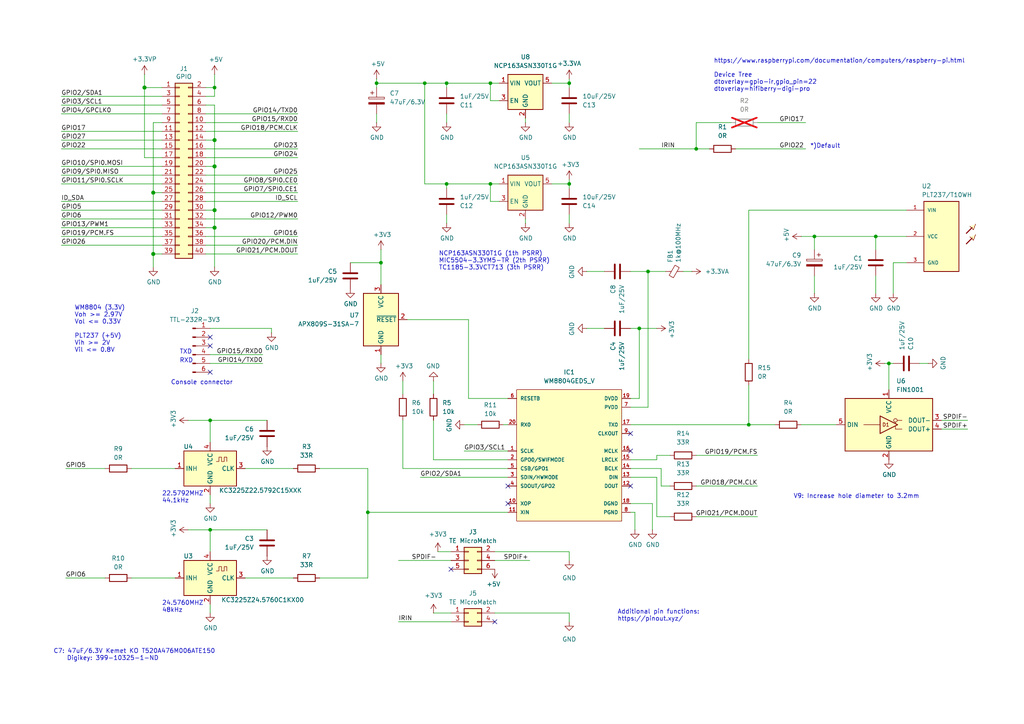
<source format=kicad_sch>
(kicad_sch (version 20250114) (generator "eeschema") (generator_version "9.0")
  (paper "A4")
  (title_block (title "RPI HAT S/PDIF and IR") (date "2026-01-11") (rev "V9"))
  (lib_symbols
    (symbol "Connector:Conn_01x06_Pin" (pin_names (offset 1.016) (hide yes))
      (property "Reference" "J" (at 0 7.62 0))
      (property "Value" "Conn_01x06_Pin" (at 0 -10.16 0))
      (symbol "Conn_01x06_Pin_1_1"
        (pin passive line (at 5.08 5.08 180) (length 3.81) (name "Pin_1") (number "1"))
        (pin passive line (at 5.08 2.54 180) (length 3.81) (name "Pin_2") (number "2"))
        (pin passive line (at 5.08 0 180) (length 3.81) (name "Pin_3") (number "3"))
        (pin passive line (at 5.08 -2.54 180) (length 3.81) (name "Pin_4") (number "4"))
        (pin passive line (at 5.08 -5.08 180) (length 3.81) (name "Pin_5") (number "5"))
        (pin passive line (at 5.08 -7.62 180) (length 3.81) (name "Pin_6") (number "6"))
      )
    )
    (symbol "Connector_Generic:Conn_02x02_Odd_Even" (pin_names (offset 1.016) (hide yes))
      (property "Reference" "J" (at 1.27 2.54 0))
      (property "Value" "Conn_02x02_Odd_Even" (at 1.27 -5.08 0))
      (symbol "Conn_02x02_Odd_Even_1_1"
        (pin passive line (at -5.08 0 0) (length 3.81) (name "Pin_1") (number "1"))
        (pin passive line (at -5.08 -2.54 0) (length 3.81) (name "Pin_3") (number "3"))
        (pin passive line (at 7.62 0 180) (length 3.81) (name "Pin_2") (number "2"))
        (pin passive line (at 7.62 -2.54 180) (length 3.81) (name "Pin_4") (number "4"))
      )
    )
    (symbol "Connector_Generic:Conn_02x03_Odd_Even" (pin_names (offset 1.016) (hide yes))
      (property "Reference" "J" (at 1.27 5.08 0))
      (property "Value" "Conn_02x03_Odd_Even" (at 1.27 -5.08 0))
      (symbol "Conn_02x03_Odd_Even_1_1"
        (pin passive line (at -5.08 2.54 0) (length 3.81) (name "Pin_1") (number "1"))
        (pin passive line (at -5.08 0 0) (length 3.81) (name "Pin_3") (number "3"))
        (pin passive line (at -5.08 -2.54 0) (length 3.81) (name "Pin_5") (number "5"))
        (pin passive line (at 7.62 2.54 180) (length 3.81) (name "Pin_2") (number "2"))
        (pin passive line (at 7.62 0 180) (length 3.81) (name "Pin_4") (number "4"))
        (pin passive line (at 7.62 -2.54 180) (length 3.81) (name "Pin_6") (number "6"))
      )
    )
    (symbol "Connector_Generic:Conn_02x20_Odd_Even" (pin_names (offset 1.016) (hide yes))
      (property "Reference" "J" (at 1.27 25.4 0))
      (property "Value" "Conn_02x20_Odd_Even" (at 1.27 -27.94 0))
      (symbol "Conn_02x20_Odd_Even_1_1"
        (pin passive line (at -5.08 22.86 0) (length 3.81) (name "Pin_1") (number "1"))
        (pin passive line (at -5.08 20.32 0) (length 3.81) (name "Pin_3") (number "3"))
        (pin passive line (at -5.08 17.78 0) (length 3.81) (name "Pin_5") (number "5"))
        (pin passive line (at -5.08 15.24 0) (length 3.81) (name "Pin_7") (number "7"))
        (pin passive line (at -5.08 12.7 0) (length 3.81) (name "Pin_9") (number "9"))
        (pin passive line (at -5.08 10.16 0) (length 3.81) (name "Pin_11") (number "11"))
        (pin passive line (at -5.08 7.62 0) (length 3.81) (name "Pin_13") (number "13"))
        (pin passive line (at -5.08 5.08 0) (length 3.81) (name "Pin_15") (number "15"))
        (pin passive line (at -5.08 2.54 0) (length 3.81) (name "Pin_17") (number "17"))
        (pin passive line (at -5.08 0 0) (length 3.81) (name "Pin_19") (number "19"))
        (pin passive line (at -5.08 -2.54 0) (length 3.81) (name "Pin_21") (number "21"))
        (pin passive line (at -5.08 -5.08 0) (length 3.81) (name "Pin_23") (number "23"))
        (pin passive line (at -5.08 -7.62 0) (length 3.81) (name "Pin_25") (number "25"))
        (pin passive line (at -5.08 -10.16 0) (length 3.81) (name "Pin_27") (number "27"))
        (pin passive line (at -5.08 -12.7 0) (length 3.81) (name "Pin_29") (number "29"))
        (pin passive line (at -5.08 -15.24 0) (length 3.81) (name "Pin_31") (number "31"))
        (pin passive line (at -5.08 -17.78 0) (length 3.81) (name "Pin_33") (number "33"))
        (pin passive line (at -5.08 -20.32 0) (length 3.81) (name "Pin_35") (number "35"))
        (pin passive line (at -5.08 -22.86 0) (length 3.81) (name "Pin_37") (number "37"))
        (pin passive line (at -5.08 -25.4 0) (length 3.81) (name "Pin_39") (number "39"))
        (pin passive line (at 7.62 22.86 180) (length 3.81) (name "Pin_2") (number "2"))
        (pin passive line (at 7.62 20.32 180) (length 3.81) (name "Pin_4") (number "4"))
        (pin passive line (at 7.62 17.78 180) (length 3.81) (name "Pin_6") (number "6"))
        (pin passive line (at 7.62 15.24 180) (length 3.81) (name "Pin_8") (number "8"))
        (pin passive line (at 7.62 12.7 180) (length 3.81) (name "Pin_10") (number "10"))
        (pin passive line (at 7.62 10.16 180) (length 3.81) (name "Pin_12") (number "12"))
        (pin passive line (at 7.62 7.62 180) (length 3.81) (name "Pin_14") (number "14"))
        (pin passive line (at 7.62 5.08 180) (length 3.81) (name "Pin_16") (number "16"))
        (pin passive line (at 7.62 2.54 180) (length 3.81) (name "Pin_18") (number "18"))
        (pin passive line (at 7.62 0 180) (length 3.81) (name "Pin_20") (number "20"))
        (pin passive line (at 7.62 -2.54 180) (length 3.81) (name "Pin_22") (number "22"))
        (pin passive line (at 7.62 -5.08 180) (length 3.81) (name "Pin_24") (number "24"))
        (pin passive line (at 7.62 -7.62 180) (length 3.81) (name "Pin_26") (number "26"))
        (pin passive line (at 7.62 -10.16 180) (length 3.81) (name "Pin_28") (number "28"))
        (pin passive line (at 7.62 -12.7 180) (length 3.81) (name "Pin_30") (number "30"))
        (pin passive line (at 7.62 -15.24 180) (length 3.81) (name "Pin_32") (number "32"))
        (pin passive line (at 7.62 -17.78 180) (length 3.81) (name "Pin_34") (number "34"))
        (pin passive line (at 7.62 -20.32 180) (length 3.81) (name "Pin_36") (number "36"))
        (pin passive line (at 7.62 -22.86 180) (length 3.81) (name "Pin_38") (number "38"))
        (pin passive line (at 7.62 -25.4 180) (length 3.81) (name "Pin_40") (number "40"))
      )
    )
    (symbol "Device:C" (pin_numbers (hide yes)) (pin_names (offset 0.254))
      (property "Reference" "C" (at 0.635 2.54 0))
      (property "Value" "C" (at 0.635 -2.54 0))
      (symbol "C_1_1"
        (pin passive line (at 0 3.81 270) (length 2.794) (name "~") (number "1"))
        (pin passive line (at 0 -3.81 90) (length 2.794) (name "~") (number "2"))
      )
    )
    (symbol "Device:C_Polarized" (pin_numbers (hide yes)) (pin_names (offset 0.254))
      (property "Reference" "C" (at 0.635 2.54 0))
      (property "Value" "C_Polarized" (at 0.635 -2.54 0))
      (symbol "C_Polarized_1_1"
        (pin passive line (at 0 3.81 270) (length 2.794) (name "~") (number "1"))
        (pin passive line (at 0 -3.81 90) (length 2.794) (name "~") (number "2"))
      )
    )
    (symbol "Device:R" (pin_numbers (hide yes)) (pin_names (offset 0))
      (property "Reference" "R" (at 2.032 0 90))
      (property "Value" "R" (at 0 0 90))
      (symbol "R_1_1"
        (pin passive line (at 0 3.81 270) (length 1.27) (name "~") (number "1"))
        (pin passive line (at 0 -3.81 90) (length 1.27) (name "~") (number "2"))
      )
    )
    (symbol "Oscillator:KC2520Z"
      (property "Reference" "Y" (at 2.54 12.7 0))
      (property "Value" "KC2520Z" (at 6.35 10.16 0))
      (symbol "KC2520Z_1_1"
        (pin input line (at -10.16 0 0) (length 2.54) (name "INH") (number "1"))
        (pin power_in line (at 0 7.62 270) (length 2.54) (name "VCC") (number "4"))
        (pin power_in line (at 0 -7.62 90) (length 2.54) (name "GND") (number "2"))
        (pin output line (at 10.16 0 180) (length 2.54) (name "CLK") (number "3"))
      )
    )
    (symbol "Power_Supervisor:LM809"
      (property "Reference" "U" (at 2.54 12.7 0))
      (property "Value" "LM809" (at 5.08 10.16 0))
      (symbol "LM809_1_1"
        (pin power_in line (at 0 10.16 270) (length 2.54) (name "VCC") (number "3"))
        (pin power_in line (at 0 -10.16 90) (length 2.54) (name "GND") (number "1"))
        (pin output line (at 7.62 0 180) (length 2.54) (name "~{RESET}") (number "2"))
      )
    )
    (symbol "Regulator_Linear:NCP163ASN330T1G"
      (property "Reference" "U" (at 0 8.89 0))
      (property "Value" "NCP163ASN330T1G" (at 0 6.35 0))
      (symbol "NCP163ASN330T1G_1_1"
        (pin power_in line (at -7.62 2.54 0) (length 2.54) (name "VIN") (number "1"))
        (pin input line (at -7.62 -2.54 0) (length 2.54) (name "EN") (number "3"))
        (pin power_in line (at 0 -7.62 90) (length 2.54) (name "GND") (number "2"))
        (pin no_connect line (at 5.08 -2.54 180) (length 2.54) (hide yes) (name "NC") (number "4"))
        (pin power_out line (at 7.62 2.54 180) (length 2.54) (name "VOUT") (number "5"))
      )
    )
    (symbol "dac-rescue:Ferrite_Bead_Small-Device" (pin_numbers (hide yes)) (pin_names (offset 0))
      (property "Reference" "FB" (at 1.905 1.27 0))
      (property "Value" "Ferrite_Bead_Small-Device" (at 1.905 -1.27 0))
      (symbol "Ferrite_Bead_Small-Device_1_1"
        (pin passive line (at 0 2.54 270) (length 1.27) (name "~") (number "1"))
        (pin passive line (at 0 -2.54 90) (length 1.27) (name "~") (number "2"))
      )
    )
    (symbol "kicad-snk:FIN1001"
      (property "Reference" "U?" (at 8.89 12.7 0))
      (property "Value" "FIN1001" (at 8.89 10.16 0))
      (symbol "FIN1001_1_0"
        (text "D1" (at -0.889 0 0) (effects (font (size 1.016 1.016))))
      )
      (symbol "FIN1001_1_1"
        (pin input line (at -15.24 0 0) (length 2.54) (name "DIN") (number "5"))
        (pin power_in line (at 0 10.16 270) (length 2.54) (name "VCC") (number "1"))
        (pin power_in line (at 0 -10.16 90) (length 2.54) (name "GND") (number "2"))
        (pin output line (at 15.24 1.27 180) (length 2.54) (name "DOUT-") (number "3"))
        (pin output line (at 15.24 -1.27 180) (length 2.54) (name "DOUT+") (number "4"))
      )
    )
    (symbol "kicad-snk:PLT237/T10WH" (pin_names (offset 1.016))
      (property "Reference" "U" (at -5.08 11.4554 0))
      (property "Value" "PLT237/T10WH" (at -5.08 -12.7254 0))
      (symbol "PLT237/T10WH_1_0"
        (pin output line (at -10.16 7.62 0) (length 5.08) (name "VIN") (number "1"))
        (pin power_in line (at -10.16 0 0) (length 5.08) (name "VCC") (number "2"))
        (pin power_in line (at -10.16 -7.62 0) (length 5.08) (name "GND") (number "3"))
      )
    )
    (symbol "kicad-snk:WM8804GEDS_V" (pin_names (offset 1.016))
      (property "Reference" "IC" (at -15.24 13.97 0))
      (property "Value" "WM8804GEDS_V" (at -15.24 -27.94 0))
      (symbol "WM8804GEDS_V_0_0"
        (pin bidirectional line (at -17.78 10.16 0) (length 2.54) (name "RESETB") (number "6"))
        (pin bidirectional line (at -17.78 2.54 0) (length 2.54) (name "RX0") (number "20"))
        (pin bidirectional line (at -17.78 -5.08 0) (length 2.54) (name "SCLK") (number "1"))
        (pin bidirectional line (at -17.78 -7.62 0) (length 2.54) (name "GPO0/SWIFMODE") (number "2"))
        (pin bidirectional line (at -17.78 -10.16 0) (length 2.54) (name "CSB/GPO1") (number "5"))
        (pin bidirectional line (at -17.78 -12.7 0) (length 2.54) (name "SDIN/HWMODE") (number "3"))
        (pin bidirectional line (at -17.78 -15.24 0) (length 2.54) (name "SDOUT/GPO2") (number "4"))
        (pin bidirectional line (at -17.78 -20.32 0) (length 2.54) (name "XOP") (number "10"))
        (pin bidirectional line (at -17.78 -22.86 0) (length 2.54) (name "XIN") (number "11"))
        (pin bidirectional line (at 17.78 10.16 180) (length 2.54) (name "DVDD") (number "19"))
        (pin bidirectional line (at 17.78 7.62 180) (length 2.54) (name "PVDD") (number "7"))
        (pin bidirectional line (at 17.78 2.54 180) (length 2.54) (name "TX0") (number "17"))
        (pin bidirectional line (at 17.78 0 180) (length 2.54) (name "CLKOUT") (number "9"))
        (pin bidirectional line (at 17.78 -5.08 180) (length 2.54) (name "MCLK") (number "16"))
        (pin bidirectional line (at 17.78 -7.62 180) (length 2.54) (name "LRCLK") (number "15"))
        (pin bidirectional line (at 17.78 -10.16 180) (length 2.54) (name "BCLK") (number "14"))
        (pin bidirectional line (at 17.78 -12.7 180) (length 2.54) (name "DIN") (number "13"))
        (pin bidirectional line (at 17.78 -15.24 180) (length 2.54) (name "DOUT") (number "12"))
        (pin bidirectional line (at 17.78 -20.32 180) (length 2.54) (name "DGND") (number "18"))
        (pin bidirectional line (at 17.78 -22.86 180) (length 2.54) (name "PGND") (number "8"))
      )
    )
    (symbol "power:+3.3V" (power) (pin_numbers (hide yes)) (pin_names (offset 0) (hide yes))
      (property "Value" "+3.3V" (at 0 3.556 0))
      (symbol "+3.3V_1_1"
        (pin power_in line (at 0 0 90) (length 0) (name "~") (number "1"))
      )
    )
    (symbol "power:+3.3VA" (power) (pin_numbers (hide yes)) (pin_names (offset 0) (hide yes))
      (property "Value" "+3.3VA" (at 0 3.556 0))
      (symbol "+3.3VA_1_1"
        (pin power_in line (at 0 0 90) (length 0) (name "~") (number "1"))
      )
    )
    (symbol "power:+3.3VP" (power) (pin_numbers (hide yes)) (pin_names (offset 0) (hide yes))
      (property "Value" "+3.3VP" (at 0 3.556 0))
      (symbol "+3.3VP_0_0"
        (pin power_in line (at 0 0 90) (length 0) (name "~") (number "1"))
      )
    )
    (symbol "power:+5V" (power) (pin_numbers (hide yes)) (pin_names (offset 0) (hide yes))
      (property "Value" "+5V" (at 0 3.556 0))
      (symbol "+5V_1_1"
        (pin power_in line (at 0 0 90) (length 0) (name "~") (number "1"))
      )
    )
    (symbol "power:GND" (power) (pin_numbers (hide yes)) (pin_names (offset 0) (hide yes))
      (property "Value" "GND" (at 0 -3.81 0))
      (symbol "GND_1_1"
        (pin power_in line (at 0 0 270) (length 0) (name "~") (number "1"))
      )
    )
  )
  (text "24.5760MHZ\n48kHz" (at 46.99 177.8 0) (effects (font (size 1.27 1.27)) (justify left bottom)))
  (text "TXD" (at 52.07 102.87 0) (effects (font (size 1.27 1.27)) (justify left bottom)))
  (text "Console connector" (at 49.53 111.76 0) (effects (font (size 1.27 1.27)) (justify left bottom)))
  (text "NCP163ASN330T1G (1th PSRR)\nMIC5504-3.3YM5-TR (2th PSRR)\nTC1185-3.3VCT713 (3th PSRR)\n" (at 127.254 75.692 0) (effects (font (size 1.27 1.27)) (justify left)))
  (text "V9: Increase hole diameter to 3.2mm" (at 230.124 144.018 0) (effects (font (size 1.27 1.27)) (justify left)))
  (text "https://www.raspberrypi.com/documentation/computers/raspberry-pi.html\n\nDevice Tree\ndtoverlay=gpio-ir,gpio_pin=22\ndtoverlay=hifiberry-digi-pro" (at 207.01 26.67 0) (effects (font (size 1.27 1.27)) (justify left bottom)))
  (text "WM8804 (3.3V)\nVoh >= 2.97V\nVol <= 0.33V\n\nPLT237 (+5V)\nVih >= 2V\nVil <= 0.8V" (at 21.59 102.362 0) (effects (font (size 1.27 1.27)) (justify left bottom)))
  (text "22.5792MHZ\n44.1kHz" (at 46.99 146.05 0) (effects (font (size 1.27 1.27)) (justify left bottom)))
  (text "C7: 47uF/6.3V Kemet KO T520A476M006ATE150 \n    Digikey: ‎399-10325-1-ND‎" (at 15.494 189.992 0) (effects (font (size 1.27 1.27)) (justify left)))
  (text "RXD" (at 52.07 105.41 0) (effects (font (size 1.27 1.27)) (justify left bottom)))
  (text "*)Default" (at 234.95 43.18 0) (effects (font (size 1.27 1.27)) (justify left bottom)))
  (text "Additional pin functions:\nhttps://pinout.xyz/" (at 179.07 180.34 0) (effects (font (size 1.27 1.27)) (justify left bottom)))
  (junction (at 123.19 24.13))
  (junction (at 185.42 95.25))
  (junction (at 62.23 60.96) (diameter 1.016))
  (junction (at 41.91 25.4) (diameter 1.016))
  (junction (at 62.23 66.04) (diameter 1.016))
  (junction (at 187.96 78.74))
  (junction (at 142.24 53.34))
  (junction (at 165.1 24.13))
  (junction (at 44.45 55.88) (diameter 1.016))
  (junction (at 109.22 24.13))
  (junction (at 129.54 53.34))
  (junction (at 142.24 24.13))
  (junction (at 254 68.58))
  (junction (at 62.23 48.26) (diameter 1.016))
  (junction (at 62.23 25.4))
  (junction (at 106.68 148.59))
  (junction (at 62.23 40.64) (diameter 1.016))
  (junction (at 129.54 24.13))
  (junction (at 201.93 43.18))
  (junction (at 60.96 121.92))
  (junction (at 60.96 153.67))
  (junction (at 257.81 105.41))
  (junction (at 236.22 68.58))
  (junction (at 217.17 123.19))
  (junction (at 44.45 73.66) (diameter 1.016))
  (junction (at 165.1 53.34))
  (junction (at 110.49 76.2))
  (no_connect (at 182.88 130.81))
  (no_connect (at 182.88 125.73))
  (no_connect (at 147.32 140.97))
  (no_connect (at 130.81 165.1))
  (no_connect (at 60.96 97.79))
  (no_connect (at 60.96 100.33))
  (no_connect (at 60.96 107.95))
  (no_connect (at 143.51 180.34))
  (no_connect (at 147.32 146.05))
  (no_connect (at 182.88 140.97))
  (wire (pts (xy 135.89 92.71) (xy 135.89 115.57)))
  (wire (pts (xy 44.45 55.88) (xy 44.45 73.66)))
  (wire (pts (xy 59.69 55.88) (xy 86.36 55.88)))
  (wire (pts (xy 165.1 24.13) (xy 160.02 24.13)))
  (wire (pts (xy 125.73 177.8) (xy 130.81 177.8)))
  (wire (pts (xy 46.99 38.1) (xy 17.78 38.1)))
  (wire (pts (xy 201.93 43.18) (xy 205.74 43.18)))
  (wire (pts (xy 160.02 53.34) (xy 165.1 53.34)))
  (wire (pts (xy 92.71 167.64) (xy 106.68 167.64)))
  (wire (pts (xy 62.23 30.48) (xy 62.23 40.64)))
  (wire (pts (xy 254 68.58) (xy 262.89 68.58)))
  (wire (pts (xy 144.78 29.21) (xy 142.24 29.21)))
  (wire (pts (xy 62.23 27.94) (xy 62.23 25.4)))
  (wire (pts (xy 62.23 48.26) (xy 59.69 48.26)))
  (wire (pts (xy 217.17 60.96) (xy 262.89 60.96)))
  (wire (pts (xy 170.18 78.74) (xy 175.26 78.74)))
  (wire (pts (xy 143.51 160.02) (xy 165.1 160.02)))
  (wire (pts (xy 266.7 105.41) (xy 269.24 105.41)))
  (wire (pts (xy 254 80.01) (xy 254 85.09)))
  (wire (pts (xy 213.36 43.18) (xy 233.68 43.18)))
  (wire (pts (xy 62.23 60.96) (xy 62.23 66.04)))
  (wire (pts (xy 118.11 92.71) (xy 135.89 92.71)))
  (wire (pts (xy 121.92 138.43) (xy 147.32 138.43)))
  (wire (pts (xy 201.93 140.97) (xy 219.71 140.97)))
  (wire (pts (xy 212.09 35.56) (xy 201.93 35.56)))
  (wire (pts (xy 142.24 53.34) (xy 144.78 53.34)))
  (wire (pts (xy 71.12 135.89) (xy 85.09 135.89)))
  (wire (pts (xy 273.05 121.92) (xy 280.67 121.92)))
  (wire (pts (xy 92.71 135.89) (xy 106.68 135.89)))
  (wire (pts (xy 62.23 48.26) (xy 62.23 60.96)))
  (wire (pts (xy 59.69 33.02) (xy 86.36 33.02)))
  (wire (pts (xy 110.49 102.87) (xy 110.49 105.41)))
  (wire (pts (xy 44.45 35.56) (xy 44.45 55.88)))
  (wire (pts (xy 254 68.58) (xy 254 72.39)))
  (wire (pts (xy 165.1 62.23) (xy 165.1 64.77)))
  (wire (pts (xy 44.45 35.56) (xy 46.99 35.56)))
  (wire (pts (xy 59.69 53.34) (xy 86.36 53.34)))
  (wire (pts (xy 46.99 58.42) (xy 17.78 58.42)))
  (wire (pts (xy 109.22 24.13) (xy 123.19 24.13)))
  (wire (pts (xy 17.78 60.96) (xy 46.99 60.96)))
  (wire (pts (xy 60.96 121.92) (xy 77.47 121.92)))
  (wire (pts (xy 152.4 34.29) (xy 152.4 35.56)))
  (wire (pts (xy 109.22 24.13) (xy 109.22 25.4)))
  (wire (pts (xy 187.96 118.11) (xy 187.96 78.74)))
  (wire (pts (xy 185.42 43.18) (xy 201.93 43.18)))
  (wire (pts (xy 59.69 27.94) (xy 62.23 27.94)))
  (wire (pts (xy 182.88 115.57) (xy 185.42 115.57)))
  (wire (pts (xy 232.41 123.19) (xy 242.57 123.19)))
  (wire (pts (xy 259.08 76.2) (xy 262.89 76.2)))
  (wire (pts (xy 182.88 148.59) (xy 184.15 148.59)))
  (wire (pts (xy 44.45 55.88) (xy 46.99 55.88)))
  (wire (pts (xy 116.84 121.92) (xy 116.84 135.89)))
  (wire (pts (xy 59.69 43.18) (xy 86.36 43.18)))
  (wire (pts (xy 106.68 135.89) (xy 106.68 148.59)))
  (wire (pts (xy 134.62 130.81) (xy 147.32 130.81)))
  (wire (pts (xy 116.84 110.49) (xy 116.84 114.3)))
  (wire (pts (xy 165.1 160.02) (xy 165.1 162.56)))
  (wire (pts (xy 59.69 73.66) (xy 86.36 73.66)))
  (wire (pts (xy 44.45 73.66) (xy 44.45 77.47)))
  (wire (pts (xy 17.78 40.64) (xy 46.99 40.64)))
  (wire (pts (xy 41.91 21.59) (xy 41.91 25.4)))
  (wire (pts (xy 110.49 72.39) (xy 110.49 76.2)))
  (wire (pts (xy 185.42 95.25) (xy 190.5 95.25)))
  (wire (pts (xy 78.74 95.25) (xy 60.96 95.25)))
  (wire (pts (xy 165.1 25.4) (xy 165.1 24.13)))
  (wire (pts (xy 62.23 66.04) (xy 59.69 66.04)))
  (wire (pts (xy 198.12 78.74) (xy 200.66 78.74)))
  (wire (pts (xy 17.78 30.48) (xy 46.99 30.48)))
  (wire (pts (xy 54.61 121.92) (xy 60.96 121.92)))
  (wire (pts (xy 60.96 153.67) (xy 77.47 153.67)))
  (wire (pts (xy 185.42 115.57) (xy 185.42 95.25)))
  (wire (pts (xy 187.96 78.74) (xy 182.88 78.74)))
  (wire (pts (xy 17.78 53.34) (xy 46.99 53.34)))
  (wire (pts (xy 182.88 146.05) (xy 189.23 146.05)))
  (wire (pts (xy 71.12 167.64) (xy 85.09 167.64)))
  (wire (pts (xy 41.91 45.72) (xy 46.99 45.72)))
  (wire (pts (xy 259.08 85.09) (xy 259.08 76.2)))
  (wire (pts (xy 115.57 180.34) (xy 130.81 180.34)))
  (wire (pts (xy 123.19 53.34) (xy 129.54 53.34)))
  (wire (pts (xy 143.51 162.56) (xy 153.67 162.56)))
  (wire (pts (xy 46.99 27.94) (xy 17.78 27.94)))
  (wire (pts (xy 201.93 149.86) (xy 219.71 149.86)))
  (wire (pts (xy 142.24 24.13) (xy 144.78 24.13)))
  (wire (pts (xy 165.1 33.02) (xy 165.1 35.56)))
  (wire (pts (xy 129.54 62.23) (xy 129.54 64.77)))
  (wire (pts (xy 257.81 105.41) (xy 257.81 113.03)))
  (wire (pts (xy 123.19 24.13) (xy 123.19 53.34)))
  (wire (pts (xy 62.23 40.64) (xy 62.23 48.26)))
  (wire (pts (xy 59.69 38.1) (xy 86.36 38.1)))
  (wire (pts (xy 106.68 167.64) (xy 106.68 148.59)))
  (wire (pts (xy 62.23 40.64) (xy 59.69 40.64)))
  (wire (pts (xy 62.23 25.4) (xy 62.23 21.59)))
  (wire (pts (xy 190.5 133.35) (xy 190.5 132.08)))
  (wire (pts (xy 217.17 111.76) (xy 217.17 123.19)))
  (wire (pts (xy 60.96 121.92) (xy 60.96 128.27)))
  (wire (pts (xy 125.73 121.92) (xy 125.73 133.35)))
  (wire (pts (xy 146.05 123.19) (xy 147.32 123.19)))
  (wire (pts (xy 201.93 132.08) (xy 219.71 132.08)))
  (wire (pts (xy 17.78 33.02) (xy 46.99 33.02)))
  (wire (pts (xy 127 160.02) (xy 130.81 160.02)))
  (wire (pts (xy 41.91 25.4) (xy 41.91 45.72)))
  (wire (pts (xy 142.24 53.34) (xy 142.24 58.42)))
  (wire (pts (xy 60.96 175.26) (xy 60.96 177.8)))
  (wire (pts (xy 201.93 35.56) (xy 201.93 43.18)))
  (wire (pts (xy 59.69 45.72) (xy 86.36 45.72)))
  (wire (pts (xy 273.05 124.46) (xy 280.67 124.46)))
  (wire (pts (xy 185.42 95.25) (xy 182.88 95.25)))
  (wire (pts (xy 59.69 35.56) (xy 86.36 35.56)))
  (wire (pts (xy 170.18 95.25) (xy 175.26 95.25)))
  (wire (pts (xy 19.05 167.64) (xy 30.48 167.64)))
  (wire (pts (xy 190.5 132.08) (xy 194.31 132.08)))
  (wire (pts (xy 59.69 25.4) (xy 62.23 25.4)))
  (wire (pts (xy 236.22 72.39) (xy 236.22 68.58)))
  (wire (pts (xy 189.23 146.05) (xy 189.23 153.67)))
  (wire (pts (xy 135.89 115.57) (xy 147.32 115.57)))
  (wire (pts (xy 17.78 43.18) (xy 46.99 43.18)))
  (wire (pts (xy 17.78 50.8) (xy 46.99 50.8)))
  (wire (pts (xy 109.22 22.86) (xy 109.22 24.13)))
  (wire (pts (xy 190.5 138.43) (xy 182.88 138.43)))
  (wire (pts (xy 129.54 33.02) (xy 129.54 35.56)))
  (wire (pts (xy 115.57 162.56) (xy 130.81 162.56)))
  (wire (pts (xy 129.54 24.13) (xy 142.24 24.13)))
  (wire (pts (xy 19.05 135.89) (xy 30.48 135.89)))
  (wire (pts (xy 134.62 123.19) (xy 138.43 123.19)))
  (wire (pts (xy 60.96 143.51) (xy 60.96 146.05)))
  (wire (pts (xy 125.73 133.35) (xy 147.32 133.35)))
  (wire (pts (xy 144.78 58.42) (xy 142.24 58.42)))
  (wire (pts (xy 125.73 110.49) (xy 125.73 114.3)))
  (wire (pts (xy 60.96 105.41) (xy 76.2 105.41)))
  (wire (pts (xy 17.78 63.5) (xy 46.99 63.5)))
  (wire (pts (xy 165.1 52.07) (xy 165.1 53.34)))
  (wire (pts (xy 60.96 102.87) (xy 76.2 102.87)))
  (wire (pts (xy 60.96 153.67) (xy 60.96 160.02)))
  (wire (pts (xy 182.88 123.19) (xy 217.17 123.19)))
  (wire (pts (xy 217.17 123.19) (xy 224.79 123.19)))
  (wire (pts (xy 17.78 68.58) (xy 46.99 68.58)))
  (wire (pts (xy 116.84 135.89) (xy 147.32 135.89)))
  (wire (pts (xy 59.69 68.58) (xy 86.36 68.58)))
  (wire (pts (xy 190.5 149.86) (xy 190.5 138.43)))
  (wire (pts (xy 110.49 76.2) (xy 110.49 82.55)))
  (wire (pts (xy 59.69 63.5) (xy 86.36 63.5)))
  (wire (pts (xy 38.1 135.89) (xy 50.8 135.89)))
  (wire (pts (xy 44.45 73.66) (xy 46.99 73.66)))
  (wire (pts (xy 191.77 135.89) (xy 182.88 135.89)))
  (wire (pts (xy 257.81 105.41) (xy 259.08 105.41)))
  (wire (pts (xy 232.41 68.58) (xy 236.22 68.58)))
  (wire (pts (xy 59.69 71.12) (xy 86.36 71.12)))
  (wire (pts (xy 236.22 80.01) (xy 236.22 85.09)))
  (wire (pts (xy 165.1 22.86) (xy 165.1 24.13)))
  (wire (pts (xy 62.23 30.48) (xy 59.69 30.48)))
  (wire (pts (xy 17.78 71.12) (xy 46.99 71.12)))
  (wire (pts (xy 123.19 24.13) (xy 129.54 24.13)))
  (wire (pts (xy 38.1 167.64) (xy 50.8 167.64)))
  (wire (pts (xy 106.68 148.59) (xy 147.32 148.59)))
  (wire (pts (xy 184.15 153.67) (xy 184.15 148.59)))
  (wire (pts (xy 182.88 118.11) (xy 187.96 118.11)))
  (wire (pts (xy 194.31 140.97) (xy 191.77 140.97)))
  (wire (pts (xy 78.74 96.52) (xy 78.74 95.25)))
  (wire (pts (xy 129.54 53.34) (xy 142.24 53.34)))
  (wire (pts (xy 165.1 177.8) (xy 165.1 180.34)))
  (wire (pts (xy 217.17 104.14) (xy 217.17 60.96)))
  (wire (pts (xy 129.54 53.34) (xy 129.54 54.61)))
  (wire (pts (xy 142.24 24.13) (xy 142.24 29.21)))
  (wire (pts (xy 109.22 33.02) (xy 109.22 35.56)))
  (wire (pts (xy 219.71 35.56) (xy 233.68 35.56)))
  (wire (pts (xy 62.23 66.04) (xy 62.23 77.47)))
  (wire (pts (xy 194.31 149.86) (xy 190.5 149.86)))
  (wire (pts (xy 59.69 50.8) (xy 86.36 50.8)))
  (wire (pts (xy 46.99 66.04) (xy 17.78 66.04)))
  (wire (pts (xy 182.88 133.35) (xy 190.5 133.35)))
  (wire (pts (xy 165.1 53.34) (xy 165.1 54.61)))
  (wire (pts (xy 143.51 177.8) (xy 165.1 177.8)))
  (wire (pts (xy 101.6 76.2) (xy 110.49 76.2)))
  (wire (pts (xy 129.54 24.13) (xy 129.54 25.4)))
  (wire (pts (xy 62.23 60.96) (xy 59.69 60.96)))
  (wire (pts (xy 41.91 25.4) (xy 46.99 25.4)))
  (wire (pts (xy 191.77 140.97) (xy 191.77 135.89)))
  (wire (pts (xy 236.22 68.58) (xy 254 68.58)))
  (wire (pts (xy 256.54 105.41) (xy 257.81 105.41)))
  (wire (pts (xy 187.96 78.74) (xy 193.04 78.74)))
  (wire (pts (xy 54.61 153.67) (xy 60.96 153.67)))
  (wire (pts (xy 152.4 63.5) (xy 152.4 64.77)))
  (wire (pts (xy 46.99 48.26) (xy 17.78 48.26)))
  (wire (pts (xy 59.69 58.42) (xy 86.36 58.42)))
  (label "ID_SDA" (at 17.78 58.42 0))
  (label "GPIO6" (at 17.78 63.5 0))
  (label "GPIO22" (at 226.06 43.18 0))
  (label "SPDIF-" (at 280.67 121.92 180))
  (label "GPIO18{slash}PCM.CLK" (at 219.71 140.97 180))
  (label "ID_SCL" (at 86.36 58.42 180))
  (label "GPIO5" (at 17.78 60.96 0))
  (label "GPIO21{slash}PCM.DOUT" (at 86.36 73.66 180))
  (label "GPIO19{slash}PCM.FS" (at 17.78 68.58 0))
  (label "GPIO10{slash}SPI0.MOSI" (at 17.78 48.26 0))
  (label "GPIO9{slash}SPI0.MISO" (at 17.78 50.8 0))
  (label "GPIO23" (at 86.36 43.18 180))
  (label "GPIO15{slash}RXD0" (at 76.2 102.87 180))
  (label "SPDIF+" (at 280.67 124.46 180))
  (label "GPIO5" (at 19.05 135.89 0))
  (label "GPIO19{slash}PCM.FS" (at 219.71 132.08 180))
  (label "GPIO6" (at 19.05 167.64 0))
  (label "GPIO4{slash}GPCLK0" (at 17.78 33.02 0))
  (label "GPIO27" (at 17.78 40.64 0))
  (label "GPIO26" (at 17.78 71.12 0))
  (label "GPIO14{slash}TXD0" (at 86.36 33.02 180))
  (label "GPIO8{slash}SPI0.CE0" (at 86.36 53.34 180))
  (label "GPIO15{slash}RXD0" (at 86.36 35.56 180))
  (label "GPIO14{slash}TXD0" (at 76.2 105.41 180))
  (label "GPIO16" (at 86.36 68.58 180))
  (label "GPIO2{slash}SDA1" (at 121.92 138.43 0))
  (label "IRIN" (at 115.57 180.34 0))
  (label "GPIO22" (at 17.78 43.18 0))
  (label "GPIO21{slash}PCM.DOUT" (at 219.71 149.86 180))
  (label "GPIO2{slash}SDA1" (at 17.78 27.94 0))
  (label "GPIO17" (at 17.78 38.1 0))
  (label "GPIO25" (at 86.36 50.8 180))
  (label "GPIO3{slash}SCL1" (at 17.78 30.48 0))
  (label "GPIO18{slash}PCM.CLK" (at 86.36 38.1 180))
  (label "GPIO12{slash}PWM0" (at 86.36 63.5 180))
  (label "GPIO13{slash}PWM1" (at 17.78 66.04 0))
  (label "GPIO3{slash}SCL1" (at 134.62 130.81 0))
  (label "GPIO20{slash}PCM.DIN" (at 86.36 71.12 180))
  (label "GPIO24" (at 86.36 45.72 180))
  (label "GPIO17" (at 226.06 35.56 0))
  (label "GPIO7{slash}SPI0.CE1" (at 86.36 55.88 180))
  (label "SPDIF+" (at 146.05 162.56 0))
  (label "SPDIF-" (at 119.38 162.56 0))
  (label "IRIN" (at 191.77 43.18 0))
  (label "GPIO11{slash}SPI0.SCLK" (at 17.78 53.34 0))
  (symbol (lib_id "power:+5V") (at 62.23 21.59 0) (unit 1)
    (property "Reference" "#PWR01" (effects (hide yes)))
    (property "Value" "+5V" (at 62.5983 17.2656 0))
    (property "Description" "Power symbol creates a global label with name \"+5V\"" (effects (hide yes)))
  )
  (symbol (lib_id "power:GND") (at 62.23 77.47 0) (unit 1)
    (property "Reference" "#PWR02" (effects (hide yes)))
    (property "Value" "GND" (at 62.3443 81.7944 0))
    (property "Description" "Power symbol creates a global label with name \"GND\" , ground" (effects (hide yes)))
  )
  (symbol (lib_id "power:GND") (at 44.45 77.47 0) (unit 1)
    (property "Reference" "#PWR03" (effects (hide yes)))
    (property "Value" "GND" (at 44.5643 81.7944 0))
    (property "Description" "Power symbol creates a global label with name \"GND\" , ground" (effects (hide yes)))
  )
  (symbol (lib_id "Connector_Generic:Conn_02x20_Odd_Even") (at 52.07 48.26 0) (unit 1)
    (property "Reference" "J1" (at 53.34 19.9198 0))
    (property "Value" "GPIO" (at 53.34 22.225 0))
    (property "Footprint" "Connector_PinSocket_2.54mm:PinSocket_2x20_P2.54mm_Vertical" (effects (hide yes)))
    (property "Description" "Generic connector, double row, 02x20, odd/even pin numbering scheme (row 1 odd numbers, row 2 even numbers), script generated (kicad-library-utils/schlib/autogen/connector/)" (effects (hide yes)))
  )
  (symbol (lib_id "power:GND") (at 165.1 162.56 0) (unit 1)
    (property "Reference" "#PWR043" (effects (hide yes)))
    (property "Value" "GND" (at 165.1 167.64 0))
    (property "Description" "Power symbol creates a global label with name \"GND\" , ground" (effects (hide yes)))
  )
  (symbol (lib_id "power:+3.3V") (at 127 160.02 0) (unit 1)
    (property "Reference" "#PWR042" (effects (hide yes)))
    (property "Value" "+3V3" (at 127 154.94 0))
    (property "Description" "Power symbol creates a global label with name \"+3.3V\"" (effects (hide yes)))
  )
  (symbol (lib_id "power:+3.3V") (at 190.5 95.25 270) (unit 1)
    (property "Reference" "#PWR018" (effects (hide yes)))
    (property "Value" "+3V3" (at 194.8244 95.6183 0))
    (property "Description" "Power symbol creates a global label with name \"+3.3V\"" (effects (hide yes)))
  )
  (symbol (lib_id "Device:C_Polarized") (at 109.22 29.21 0) (unit 1)
    (property "Reference" "C7" (at 113.03 27.051 0) (effects (justify left)))
    (property "Value" "47uF/6.3V" (at 113.03 29.591 0) (effects (justify left)))
    (property "Footprint" "Capacitor_SMD:C_1206_3216Metric_Pad1.33x1.80mm_HandSolder" (effects (hide yes)))
    (property "Description" "Polarized capacitor" (effects (hide yes)))
  )
  (symbol (lib_id "power:+3.3VA") (at 165.1 22.86 0) (unit 1)
    (property "Reference" "#PWR039" (effects (hide yes)))
    (property "Value" "+3.3VA" (at 165.1 18.415 0))
    (property "Description" "Power symbol creates a global label with name \"+3.3VA\"" (effects (hide yes)))
  )
  (symbol (lib_id "power:GND") (at 165.1 64.77 0) (unit 1)
    (property "Reference" "#PWR033" (effects (hide yes)))
    (property "Value" "GND" (at 165.2143 69.0944 0))
    (property "Description" "Power symbol creates a global label with name \"GND\" , ground" (effects (hide yes)))
  )
  (symbol (lib_id "power:GND") (at 165.1 35.56 0) (unit 1)
    (property "Reference" "#PWR036" (effects (hide yes)))
    (property "Value" "GND" (at 165.2143 39.8844 0))
    (property "Description" "Power symbol creates a global label with name \"GND\" , ground" (effects (hide yes)))
  )
  (symbol (lib_id "power:GND") (at 109.22 35.56 0) (unit 1)
    (property "Reference" "#PWR037" (effects (hide yes)))
    (property "Value" "GND" (at 109.3343 39.8844 0))
    (property "Description" "Power symbol creates a global label with name \"GND\" , ground" (effects (hide yes)))
  )
  (symbol (lib_id "power:GND") (at 129.54 35.56 0) (unit 1)
    (property "Reference" "#PWR034" (effects (hide yes)))
    (property "Value" "GND" (at 129.6543 39.8844 0))
    (property "Description" "Power symbol creates a global label with name \"GND\" , ground" (effects (hide yes)))
  )
  (symbol (lib_id "Connector_Generic:Conn_02x02_Odd_Even") (at 135.89 177.8 0) (unit 1)
    (property "Reference" "J5" (at 137.16 172.085 0))
    (property "Value" "TE MicroMatch" (at 137.16 174.625 0))
    (property "Footprint" "Connector_TE-Connectivity:TE_Micro-MaTch_215079-4_2x02_P1.27mm_Vertical" (effects (hide yes)))
    (property "Description" "Generic connector, double row, 02x02, odd/even pin numbering scheme (row 1 odd numbers, row 2 even numbers), script generated (kicad-library-utils/schlib/autogen/connector/)" (effects (hide yes)))
  )
  (symbol (lib_id "Power_Supervisor:LM809") (at 110.49 92.71 0) (unit 1)
    (property "Reference" "U7" (at 104.14 91.44 0) (effects (justify right)))
    (property "Value" "APX809S-31SA-7" (at 104.14 93.98 0) (effects (justify right)))
    (property "Footprint" "Package_TO_SOT_SMD:SOT-23" (effects (hide yes)))
    (property "Datasheet" "http://www.ti.com/lit/ds/symlink/lm809.pdf" (effects (hide yes)))
    (property "Description" "Microprocessor Reset (active-low) Circuit, SOT-23" (effects (hide yes)))
  )
  (symbol (lib_id "power:+5V") (at 232.41 68.58 90) (unit 1)
    (property "Reference" "#PWR010" (effects (hide yes)))
    (property "Value" "+5V" (at 228.0856 68.2117 0))
    (property "Description" "Power symbol creates a global label with name \"+5V\"" (effects (hide yes)))
  )
  (symbol (lib_id "power:GND") (at 77.47 129.54 0) (unit 1)
    (property "Reference" "#PWR011" (effects (hide yes)))
    (property "Value" "GND" (at 77.5843 133.8644 0))
    (property "Description" "Power symbol creates a global label with name \"GND\" , ground" (effects (hide yes)))
  )
  (symbol (lib_id "power:GND") (at 152.4 35.56 0) (unit 1)
    (property "Reference" "#PWR035" (effects (hide yes)))
    (property "Value" "GND" (at 152.5143 39.8844 0))
    (property "Description" "Power symbol creates a global label with name \"GND\" , ground" (effects (hide yes)))
  )
  (symbol (lib_id "power:+3.3V") (at 110.49 72.39 0) (unit 1)
    (property "Reference" "#PWR014" (effects (hide yes)))
    (property "Value" "+3V3" (at 110.8583 68.0656 0))
    (property "Description" "Power symbol creates a global label with name \"+3.3V\"" (effects (hide yes)))
  )
  (symbol (lib_id "power:GND") (at 236.22 85.09 0) (unit 1)
    (property "Reference" "#PWR030" (effects (hide yes)))
    (property "Value" "GND" (at 236.3343 89.4144 0))
    (property "Description" "Power symbol creates a global label with name \"GND\" , ground" (effects (hide yes)))
  )
  (symbol (lib_id "Device:C") (at 77.47 125.73 0) (mirror y) (unit 1)
    (property "Reference" "C6" (at 73.66 124.46 0) (effects (justify left)))
    (property "Value" "1uF/25V" (at 73.66 127 0) (effects (justify left)))
    (property "Footprint" "Capacitor_SMD:C_0603_1608Metric" (effects (hide yes)))
    (property "Description" "Unpolarized capacitor" (effects (hide yes)))
  )
  (symbol (lib_id "Device:C") (at 77.47 157.48 0) (mirror y) (unit 1)
    (property "Reference" "C3" (at 73.66 156.21 0) (effects (justify left)))
    (property "Value" "1uF/25V" (at 73.66 158.75 0) (effects (justify left)))
    (property "Footprint" "Capacitor_SMD:C_0603_1608Metric" (effects (hide yes)))
    (property "Description" "Unpolarized capacitor" (effects (hide yes)))
  )
  (symbol (lib_id "Device:R") (at 198.12 132.08 270) (unit 1)
    (property "Reference" "R14" (at 198.12 125.73 90))
    (property "Value" "33R" (at 198.12 128.27 90))
    (property "Footprint" "Resistor_SMD:R_0603_1608Metric_Pad0.98x0.95mm_HandSolder" (effects (hide yes)))
    (property "Description" "Resistor" (effects (hide yes)))
  )
  (symbol (lib_id "power:GND") (at 184.15 153.67 0) (unit 1)
    (property "Reference" "#PWR021" (effects (hide yes)))
    (property "Value" "GND" (at 184.2643 157.9944 0))
    (property "Description" "Power symbol creates a global label with name \"GND\" , ground" (effects (hide yes)))
  )
  (symbol (lib_id "Device:C") (at 262.89 105.41 270) (mirror x) (unit 1)
    (property "Reference" "C10" (at 264.16 101.6 0) (effects (justify left)))
    (property "Value" "1uF/25V" (at 261.62 101.6 0) (effects (justify left)))
    (property "Footprint" "Capacitor_SMD:C_0603_1608Metric_Pad1.08x0.95mm_HandSolder" (effects (hide yes)))
    (property "Description" "Unpolarized capacitor" (effects (hide yes)))
  )
  (symbol (lib_id "Device:R") (at 198.12 149.86 270) (unit 1)
    (property "Reference" "R12" (at 198.12 143.51 90))
    (property "Value" "33R" (at 198.12 146.05 90))
    (property "Footprint" "Resistor_SMD:R_0603_1608Metric_Pad0.98x0.95mm_HandSolder" (effects (hide yes)))
    (property "Description" "Resistor" (effects (hide yes)))
  )
  (symbol (lib_id "Device:C") (at 254 76.2 0) (mirror y) (unit 1)
    (property "Reference" "C1" (at 250.19 74.93 0) (effects (justify left)))
    (property "Value" "1uF/25V" (at 250.19 77.47 0) (effects (justify left)))
    (property "Footprint" "Capacitor_SMD:C_0603_1608Metric_Pad1.08x0.95mm_HandSolder" (effects (hide yes)))
    (property "Description" "Unpolarized capacitor" (effects (hide yes)))
  )
  (symbol (lib_id "power:GND") (at 129.54 64.77 0) (unit 1)
    (property "Reference" "#PWR032" (effects (hide yes)))
    (property "Value" "GND" (at 129.6543 69.0944 0))
    (property "Description" "Power symbol creates a global label with name \"GND\" , ground" (effects (hide yes)))
  )
  (symbol (lib_id "Device:C_Polarized") (at 236.22 76.2 0) (mirror y) (unit 1)
    (property "Reference" "C9" (at 232.41 74.041 0) (effects (justify left)))
    (property "Value" "47uF/6.3V" (at 232.41 76.581 0) (effects (justify left)))
    (property "Footprint" "Capacitor_SMD:C_1206_3216Metric_Pad1.33x1.80mm_HandSolder" (effects (hide yes)))
    (property "Description" "Polarized capacitor" (effects (hide yes)))
  )
  (symbol (lib_id "power:GND") (at 152.4 64.77 0) (unit 1)
    (property "Reference" "#PWR031" (effects (hide yes)))
    (property "Value" "GND" (at 152.5143 69.0944 0))
    (property "Description" "Power symbol creates a global label with name \"GND\" , ground" (effects (hide yes)))
  )
  (symbol (lib_id "power:GND") (at 101.6 83.82 0) (unit 1)
    (property "Reference" "#PWR027" (effects (hide yes)))
    (property "Value" "GND" (at 101.7143 88.1444 0))
    (property "Description" "Power symbol creates a global label with name \"GND\" , ground" (effects (hide yes)))
  )
  (symbol (lib_id "power:+3.3VA") (at 200.66 78.74 270) (unit 1)
    (property "Reference" "#PWR040" (effects (hide yes)))
    (property "Value" "+3.3VA" (at 204.47 78.74 90) (effects (justify left)))
    (property "Description" "Power symbol creates a global label with name \"+3.3VA\"" (effects (hide yes)))
  )
  (symbol (lib_id "Device:R") (at 88.9 167.64 270) (unit 1)
    (property "Reference" "R7" (at 88.9 161.29 90))
    (property "Value" "33R" (at 88.9 163.83 90))
    (property "Footprint" "Resistor_SMD:R_0603_1608Metric_Pad0.98x0.95mm_HandSolder" (effects (hide yes)))
    (property "Description" "Resistor" (effects (hide yes)))
  )
  (symbol (lib_id "power:GND") (at 77.47 161.29 0) (unit 1)
    (property "Reference" "#PWR012" (effects (hide yes)))
    (property "Value" "GND" (at 77.5843 165.6144 0))
    (property "Description" "Power symbol creates a global label with name \"GND\" , ground" (effects (hide yes)))
  )
  (symbol (lib_id "Regulator_Linear:NCP163ASN330T1G") (at 152.4 26.67 0) (unit 1)
    (property "Reference" "U8" (at 152.4 16.51 0))
    (property "Value" "NCP163ASN330T1G" (at 152.4 19.05 0))
    (property "Footprint" "Package_TO_SOT_SMD:SOT-23-5" (effects (hide yes)))
    (property "Datasheet" "https://www.onsemi.com/pdf/datasheet/ncp163-d.pdf" (effects (hide yes)))
    (property "Description" "250mA low-noise LDO, 2.2V-5.5V input, 3.3V output, SOT-23-5" (effects (hide yes)))
  )
  (symbol (lib_id "power:+3.3V") (at 54.61 121.92 90) (unit 1)
    (property "Reference" "#PWR023" (effects (hide yes)))
    (property "Value" "+3V3" (at 50.2856 121.5517 0))
    (property "Description" "Power symbol creates a global label with name \"+3.3V\"" (effects (hide yes)))
  )
  (symbol (lib_id "power:+3.3V") (at 165.1 52.07 0) (unit 1)
    (property "Reference" "#PWR017" (effects (hide yes)))
    (property "Value" "+3V3" (at 165.4683 47.7456 0))
    (property "Description" "Power symbol creates a global label with name \"+3.3V\"" (effects (hide yes)))
  )
  (symbol (lib_id "power:GND") (at 257.81 133.35 0) (unit 1)
    (property "Reference" "#PWR047" (effects (hide yes)))
    (property "Value" "GND" (at 257.9243 137.6744 0))
    (property "Description" "Power symbol creates a global label with name \"GND\" , ground" (effects (hide yes)))
  )
  (symbol (lib_id "power:+3.3VP") (at 41.91 21.59 0) (unit 1)
    (property "Reference" "#PWR041" (effects (hide yes)))
    (property "Value" "+3.3VP" (at 41.91 17.145 0))
    (property "Description" "Power symbol creates a global label with name \"+3.3VP\"" (effects (hide yes)))
  )
  (symbol (lib_id "Regulator_Linear:NCP163ASN330T1G") (at 152.4 55.88 0) (unit 1)
    (property "Reference" "U5" (at 152.4 45.72 0))
    (property "Value" "NCP163ASN330T1G" (at 152.4 48.26 0))
    (property "Footprint" "Package_TO_SOT_SMD:SOT-23-5" (effects (hide yes)))
    (property "Datasheet" "https://www.onsemi.com/pdf/datasheet/ncp163-d.pdf" (effects (hide yes)))
    (property "Description" "250mA low-noise LDO, 2.2V-5.5V input, 3.3V output, SOT-23-5" (effects (hide yes)))
  )
  (symbol (lib_id "power:GND") (at 269.24 105.41 90) (unit 1)
    (property "Reference" "#PWR045" (effects (hide yes)))
    (property "Value" "GND" (at 273.5644 105.2957 0))
    (property "Description" "Power symbol creates a global label with name \"GND\" , ground" (effects (hide yes)))
  )
  (symbol (lib_id "power:GND") (at 110.49 105.41 0) (unit 1)
    (property "Reference" "#PWR04" (effects (hide yes)))
    (property "Value" "GND" (at 110.6043 109.7344 0))
    (property "Description" "Power symbol creates a global label with name \"GND\" , ground" (effects (hide yes)))
  )
  (symbol (lib_id "power:GND") (at 165.1 180.34 0) (unit 1)
    (property "Reference" "#PWR049" (effects (hide yes)))
    (property "Value" "GND" (at 165.1 185.42 0))
    (property "Description" "Power symbol creates a global label with name \"GND\" , ground" (effects (hide yes)))
  )
  (symbol (lib_id "Oscillator:KC2520Z") (at 60.96 135.89 0) (unit 1)
    (property "Reference" "U4" (at 54.61 129.54 0))
    (property "Value" "KC3225Z22.5792C15XXK" (at 75.565 142.24 0))
    (property "Footprint" "Crystal:Crystal_SMD_3225-4Pin_3.2x2.5mm_HandSoldering" (effects (hide yes)))
    (property "Datasheet" "https://global.kyocera.com/prdct/electro/product/pdf/clock_z_xz_e.pdf" (effects (hide yes)))
    (property "Description" "1.8432MHz ~ 125MHz Crystal Oscillator" (effects (hide yes)))
  )
  (symbol (lib_id "Device:C") (at 129.54 58.42 0) (mirror x) (unit 1)
    (property "Reference" "C12" (at 133.35 59.69 0) (effects (justify left)))
    (property "Value" "1uF/25V" (at 133.35 57.15 0) (effects (justify left)))
    (property "Footprint" "Capacitor_SMD:C_0603_1608Metric_Pad1.08x0.95mm_HandSolder" (effects (hide yes)))
    (property "Description" "Unpolarized capacitor" (effects (hide yes)))
  )
  (symbol (lib_id "Device:C") (at 179.07 95.25 90) (mirror x) (unit 1)
    (property "Reference" "C4" (at 177.8 99.06 0) (effects (justify left)))
    (property "Value" "1uF/25V" (at 180.34 99.06 0) (effects (justify left)))
    (property "Footprint" "Capacitor_SMD:C_0603_1608Metric_Pad1.08x0.95mm_HandSolder" (effects (hide yes)))
    (property "Description" "Unpolarized capacitor" (effects (hide yes)))
  )
  (symbol (lib_id "power:+3.3V") (at 116.84 110.49 0) (unit 1)
    (property "Reference" "#PWR015" (effects (hide yes)))
    (property "Value" "+3V3" (at 117.2083 106.1656 0))
    (property "Description" "Power symbol creates a global label with name \"+3.3V\"" (effects (hide yes)))
  )
  (symbol (lib_id "Oscillator:KC2520Z") (at 60.96 167.64 0) (unit 1)
    (property "Reference" "U3" (at 54.61 161.29 0))
    (property "Value" "KC3225Z24.5760C1KX00" (at 76.2 173.99 0))
    (property "Footprint" "Crystal:Crystal_SMD_3225-4Pin_3.2x2.5mm_HandSoldering" (effects (hide yes)))
    (property "Datasheet" "https://global.kyocera.com/prdct/electro/product/pdf/clock_z_xz_e.pdf" (effects (hide yes)))
    (property "Description" "1.8432MHz ~ 125MHz Crystal Oscillator" (effects (hide yes)))
  )
  (symbol (lib_id "Device:R") (at 198.12 140.97 270) (unit 1)
    (property "Reference" "R13" (at 198.12 134.62 90))
    (property "Value" "33R" (at 198.12 137.16 90))
    (property "Footprint" "Resistor_SMD:R_0603_1608Metric_Pad0.98x0.95mm_HandSolder" (effects (hide yes)))
    (property "Description" "Resistor" (effects (hide yes)))
  )
  (symbol (lib_id "power:+5V") (at 143.51 165.1 180) (unit 1)
    (property "Reference" "#PWR044" (effects (hide yes)))
    (property "Value" "+5V" (at 143.1417 169.4244 0))
    (property "Description" "Power symbol creates a global label with name \"+5V\"" (effects (hide yes)))
  )
  (symbol (lib_id "power:+3.3V") (at 125.73 177.8 0) (unit 1)
    (property "Reference" "#PWR048" (effects (hide yes)))
    (property "Value" "+3V3" (at 125.73 172.72 0))
    (property "Description" "Power symbol creates a global label with name \"+3.3V\"" (effects (hide yes)))
  )
  (symbol (lib_id "power:GND") (at 60.96 146.05 0) (unit 1)
    (property "Reference" "#PWR024" (effects (hide yes)))
    (property "Value" "GND" (at 61.0743 150.3744 0))
    (property "Description" "Power symbol creates a global label with name \"GND\" , ground" (effects (hide yes)))
  )
  (symbol (lib_id "power:GND") (at 134.62 123.19 270) (unit 1)
    (property "Reference" "#PWR029" (effects (hide yes)))
    (property "Value" "GND" (at 130.2956 123.3043 0))
    (property "Description" "Power symbol creates a global label with name \"GND\" , ground" (effects (hide yes)))
  )
  (symbol (lib_id "kicad-snk:WM8804GEDS_V") (at 165.1 125.73 0) (unit 1)
    (property "Reference" "IC1" (at 165.1 107.95 0))
    (property "Value" "WM8804GEDS_V" (at 165.1 110.49 0))
    (property "Footprint" "Package_SO:SSOP-20_5.3x7.2mm_P0.65mm" (effects (hide yes)))
    (property "Description" "Audio Audio Transceiver 1 Channel 20-SSOP" (effects (hide yes)))
    (property "MF" "Cirrus Logic" (effects (hide yes)))
    (property "Package" "SSOP-20 Wolfson" (effects (hide yes)))
    (property "Price" "None" (effects (hide yes)))
    (property "SnapEDA_Link" "https://www.snapeda.com/parts/WM8804GEDS/V/Cirrus+Logic+Inc./view-part/?ref=snap" (effects (hide yes)))
    (property "MP" "WM8804GEDS/V" (effects (hide yes)))
    (property "Purchase-URL" "https://www.snapeda.com/api/url_track_click_mouser/?unipart_id=583498&manufacturer=Cirrus Logic&part_name=WM8804GEDS/V&search_term=wm8804" (effects (hide yes)))
    (property "Availability" "In Stock" (effects (hide yes)))
    (property "Check_prices" "https://www.snapeda.com/parts/WM8804GEDS/V/Cirrus+Logic+Inc./view-part/?ref=eda" (effects (hide yes)))
  )
  (symbol (lib_id "power:GND") (at 170.18 78.74 270) (unit 1)
    (property "Reference" "#PWR019" (effects (hide yes)))
    (property "Value" "GND" (at 165.8556 78.8543 0))
    (property "Description" "Power symbol creates a global label with name \"GND\" , ground" (effects (hide yes)))
  )
  (symbol (lib_id "power:GND") (at 254 85.09 0) (unit 1)
    (property "Reference" "#PWR09" (effects (hide yes)))
    (property "Value" "GND" (at 254.1143 89.4144 0))
    (property "Description" "Power symbol creates a global label with name \"GND\" , ground" (effects (hide yes)))
  )
  (symbol (lib_id "Device:C") (at 101.6 80.01 0) (mirror y) (unit 1)
    (property "Reference" "C5" (at 97.79 78.74 0) (effects (justify left)))
    (property "Value" "1uF/25V" (at 97.79 81.28 0) (effects (justify left)))
    (property "Footprint" "Capacitor_SMD:C_0603_1608Metric" (effects (hide yes)))
    (property "Description" "Unpolarized capacitor" (effects (hide yes)))
  )
  (symbol (lib_id "power:GND") (at 170.18 95.25 270) (unit 1)
    (property "Reference" "#PWR020" (effects (hide yes)))
    (property "Value" "GND" (at 165.8556 95.3643 0))
    (property "Description" "Power symbol creates a global label with name \"GND\" , ground" (effects (hide yes)))
  )
  (symbol (lib_id "power:GND") (at 259.08 85.09 0) (unit 1)
    (property "Reference" "#PWR08" (effects (hide yes)))
    (property "Value" "GND" (at 259.1943 89.4144 0))
    (property "Description" "Power symbol creates a global label with name \"GND\" , ground" (effects (hide yes)))
  )
  (symbol (lib_id "Device:R") (at 116.84 118.11 180) (unit 1)
    (property "Reference" "R6" (at 119.38 116.84 0) (effects (justify right)))
    (property "Value" "10k" (at 119.38 119.38 0) (effects (justify right)))
    (property "Footprint" "Resistor_SMD:R_0603_1608Metric_Pad0.98x0.95mm_HandSolder" (effects (hide yes)))
    (property "Description" "Resistor" (effects (hide yes)))
  )
  (symbol (lib_id "Connector_Generic:Conn_02x03_Odd_Even") (at 135.89 162.56 0) (unit 1)
    (property "Reference" "J3" (at 137.16 154.305 0))
    (property "Value" "TE MicroMatch" (at 137.16 156.845 0))
    (property "Footprint" "Connector_TE-Connectivity:TE_Micro-MaTch_215079-6_2x03_P1.27mm_Vertical" (effects (hide yes)))
    (property "Description" "Generic connector, double row, 02x03, odd/even pin numbering scheme (row 1 odd numbers, row 2 even numbers), script generated (kicad-library-utils/schlib/autogen/connector/)" (effects (hide yes)))
  )
  (symbol (lib_id "Device:R") (at 142.24 123.19 270) (unit 1)
    (property "Reference" "R11" (at 142.24 117.475 90))
    (property "Value" "10k" (at 142.24 120.015 90))
    (property "Footprint" "Resistor_SMD:R_0603_1608Metric_Pad0.98x0.95mm_HandSolder" (effects (hide yes)))
    (property "Description" "Resistor" (effects (hide yes)))
  )
  (symbol (lib_id "power:GND") (at 78.74 96.52 0) (unit 1)
    (property "Reference" "#PWR028" (effects (hide yes)))
    (property "Value" "GND" (at 78.8543 100.8444 0))
    (property "Description" "Power symbol creates a global label with name \"GND\" , ground" (effects (hide yes)))
  )
  (symbol (lib_id "Device:R") (at 217.17 107.95 0) (unit 1)
    (property "Reference" "R15" (at 219.71 106.6799 0) (effects (justify left)))
    (property "Value" "0R" (at 219.71 109.2199 0) (effects (justify left)))
    (property "Footprint" "Resistor_SMD:R_0603_1608Metric_Pad0.98x0.95mm_HandSolder" (effects (hide yes)))
    (property "Description" "Resistor" (effects (hide yes)))
  )
  (symbol (lib_id "Device:R") (at 125.73 118.11 180) (unit 1)
    (property "Reference" "R5" (at 128.27 116.84 0) (effects (justify right)))
    (property "Value" "10k" (at 128.27 119.38 0) (effects (justify right)))
    (property "Footprint" "Resistor_SMD:R_0603_1608Metric_Pad0.98x0.95mm_HandSolder" (effects (hide yes)))
    (property "Description" "Resistor" (effects (hide yes)))
  )
  (symbol (lib_id "Connector:Conn_01x06_Pin") (at 55.88 100.33 0) (unit 1)
    (property "Reference" "J2" (at 56.515 90.17 0))
    (property "Value" "TTL-232R-3V3" (at 56.515 92.71 0))
    (property "Footprint" "Connector_PinHeader_2.54mm:PinHeader_1x06_P2.54mm_Vertical" (effects (hide yes)))
    (property "Description" "Generic connector, single row, 01x06, script generated" (effects (hide yes)))
  )
  (symbol (lib_id "Device:C") (at 165.1 29.21 0) (mirror x) (unit 1)
    (property "Reference" "C13" (at 168.91 30.48 0) (effects (justify left)))
    (property "Value" "10uF/25V" (at 168.91 27.94 0) (effects (justify left)))
    (property "Footprint" "Capacitor_SMD:C_1206_3216Metric_Pad1.33x1.80mm_HandSolder" (effects (hide yes)))
    (property "Description" "Unpolarized capacitor" (effects (hide yes)))
  )
  (symbol (lib_id "Device:R") (at 209.55 43.18 90) (unit 1)
    (property "Reference" "R1" (at 209.55 36.83 90))
    (property "Value" "0R" (at 209.55 39.37 90))
    (property "Footprint" "Resistor_SMD:R_0603_1608Metric_Pad0.98x0.95mm_HandSolder" (effects (hide yes)))
    (property "Description" "Resistor" (effects (hide yes)))
  )
  (symbol (lib_id "kicad-snk:FIN1001") (at 257.81 123.19 0) (unit 1)
    (property "Reference" "U6" (at 259.9533 110.49 0) (effects (justify left)))
    (property "Value" "FIN1001" (at 259.9533 113.03 0) (effects (justify left)))
    (property "Footprint" "Package_TO_SOT_SMD:SOT-23-5_HandSoldering" (effects (hide yes)))
    (property "Manufacturer" "ON Semiconductor" (effects (hide yes)))
    (property "Part Number" "FIN1001M5X" (effects (hide yes)))
    (property "Type" "SMT" (effects (hide yes)))
  )
  (symbol (lib_id "Device:R") (at 34.29 135.89 270) (unit 1)
    (property "Reference" "R9" (at 34.29 130.175 90))
    (property "Value" "0R" (at 34.29 132.715 90))
    (property "Footprint" "Resistor_SMD:R_0603_1608Metric_Pad0.98x0.95mm_HandSolder" (effects (hide yes)))
    (property "Description" "Resistor" (effects (hide yes)))
  )
  (symbol (lib_id "Device:R") (at 228.6 123.19 270) (unit 1)
    (property "Reference" "R4" (at 228.6 116.84 90))
    (property "Value" "0R" (at 228.6 119.38 90))
    (property "Footprint" "Resistor_SMD:R_0603_1608Metric_Pad0.98x0.95mm_HandSolder" (effects (hide yes)))
    (property "Description" "Resistor" (effects (hide yes)))
  )
  (symbol (lib_id "dac-rescue:Ferrite_Bead_Small-Device") (at 195.58 78.74 90) (unit 1)
    (property "Reference" "FB1" (at 194.4116 76.2 0) (effects (justify left)))
    (property "Value" "1k@100MHz" (at 196.723 76.2 0) (effects (justify left)))
    (property "Footprint" "Resistor_SMD:R_0603_1608Metric_Pad0.98x0.95mm_HandSolder" (effects (hide yes)))
    (property "manf#" "742792662" (effects (hide yes)))
  )
  (symbol (lib_id "Device:C") (at 179.07 78.74 90) (mirror x) (unit 1)
    (property "Reference" "C8" (at 177.8 82.55 0) (effects (justify left)))
    (property "Value" "1uF/25V" (at 180.34 82.55 0) (effects (justify left)))
    (property "Footprint" "Capacitor_SMD:C_0603_1608Metric_Pad1.08x0.95mm_HandSolder" (effects (hide yes)))
    (property "Description" "Unpolarized capacitor" (effects (hide yes)))
  )
  (symbol (lib_id "Device:C") (at 165.1 58.42 0) (mirror x) (unit 1)
    (property "Reference" "C14" (at 168.91 59.69 0) (effects (justify left)))
    (property "Value" "10uF/25V" (at 168.91 57.15 0) (effects (justify left)))
    (property "Footprint" "Capacitor_SMD:C_1206_3216Metric_Pad1.33x1.80mm_HandSolder" (effects (hide yes)))
    (property "Description" "Unpolarized capacitor" (effects (hide yes)))
  )
  (symbol (lib_id "power:+3.3V") (at 54.61 153.67 90) (unit 1)
    (property "Reference" "#PWR013" (effects (hide yes)))
    (property "Value" "+3V3" (at 50.2856 153.3017 0))
    (property "Description" "Power symbol creates a global label with name \"+3.3V\"" (effects (hide yes)))
  )
  (symbol (lib_id "kicad-snk:PLT237/T10WH") (at 273.05 68.58 0) (unit 1)
    (property "Reference" "U2" (at 267.335 53.975 0) (effects (justify left)))
    (property "Value" "PLT237/T10WH" (at 267.335 56.515 0) (effects (justify left)))
    (property "Footprint" "kicad-snk:PLR135-T10_PLT133-T10W" (effects (hide yes)))
  )
  (symbol (lib_id "Device:R") (at 34.29 167.64 270) (unit 1)
    (property "Reference" "R10" (at 34.29 161.925 90))
    (property "Value" "0R" (at 34.29 164.465 90))
    (property "Footprint" "Resistor_SMD:R_0603_1608Metric_Pad0.98x0.95mm_HandSolder" (effects (hide yes)))
    (property "Description" "Resistor" (effects (hide yes)))
  )
  (symbol (lib_id "power:+5V") (at 109.22 22.86 0) (unit 1)
    (property "Reference" "#PWR038" (effects (hide yes)))
    (property "Value" "+5V" (at 109.5883 18.5356 0))
    (property "Description" "Power symbol creates a global label with name \"+5V\"" (effects (hide yes)))
  )
  (symbol (lib_id "Device:R") (at 215.9 35.56 90) (unit 1) (dnp yes)
    (property "Reference" "R2" (at 215.9 29.21 90))
    (property "Value" "0R" (at 215.9 31.75 90))
    (property "Footprint" "Resistor_SMD:R_0603_1608Metric_Pad0.98x0.95mm_HandSolder" (effects (hide yes)))
    (property "Description" "Resistor" (effects (hide yes)))
  )
  (symbol (lib_id "Device:R") (at 88.9 135.89 270) (unit 1)
    (property "Reference" "R3" (at 88.9 129.54 90))
    (property "Value" "33R" (at 88.9 132.08 90))
    (property "Footprint" "Resistor_SMD:R_0603_1608Metric_Pad0.98x0.95mm_HandSolder" (effects (hide yes)))
    (property "Description" "Resistor" (effects (hide yes)))
  )
  (symbol (lib_id "power:GND") (at 60.96 177.8 0) (unit 1)
    (property "Reference" "#PWR025" (effects (hide yes)))
    (property "Value" "GND" (at 61.0743 182.1244 0))
    (property "Description" "Power symbol creates a global label with name \"GND\" , ground" (effects (hide yes)))
  )
  (symbol (lib_id "power:+3.3V") (at 256.54 105.41 90) (unit 1)
    (property "Reference" "#PWR046" (effects (hide yes)))
    (property "Value" "+3V3" (at 252.2156 105.0417 0))
    (property "Description" "Power symbol creates a global label with name \"+3.3V\"" (effects (hide yes)))
  )
  (symbol (lib_id "power:GND") (at 189.23 153.67 0) (unit 1)
    (property "Reference" "#PWR022" (effects (hide yes)))
    (property "Value" "GND" (at 189.3443 157.9944 0))
    (property "Description" "Power symbol creates a global label with name \"GND\" , ground" (effects (hide yes)))
  )
  (symbol (lib_id "power:GND") (at 125.73 110.49 180) (unit 1)
    (property "Reference" "#PWR016" (effects (hide yes)))
    (property "Value" "GND" (at 125.6157 106.1656 0))
    (property "Description" "Power symbol creates a global label with name \"GND\" , ground" (effects (hide yes)))
  )
  (symbol (lib_id "Device:C") (at 129.54 29.21 0) (mirror x) (unit 1)
    (property "Reference" "C11" (at 133.35 30.48 0) (effects (justify left)))
    (property "Value" "1uF/25V" (at 133.35 27.94 0) (effects (justify left)))
    (property "Footprint" "Capacitor_SMD:C_0603_1608Metric_Pad1.08x0.95mm_HandSolder" (effects (hide yes)))
    (property "Description" "Unpolarized capacitor" (effects (hide yes)))
  )
)
</source>
